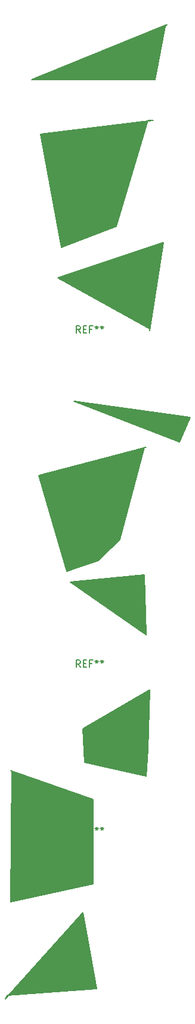
<source format=gbr>
G04 #@! TF.GenerationSoftware,KiCad,Pcbnew,(2018-02-10 revision a04965c)-master*
G04 #@! TF.CreationDate,2018-05-21T22:22:13-05:00*
G04 #@! TF.ProjectId,PSO_panel_rev1,50534F5F70616E656C5F726576312E6B,rev?*
G04 #@! TF.SameCoordinates,Original*
G04 #@! TF.FileFunction,Legend,Top*
G04 #@! TF.FilePolarity,Positive*
%FSLAX46Y46*%
G04 Gerber Fmt 4.6, Leading zero omitted, Abs format (unit mm)*
G04 Created by KiCad (PCBNEW (2018-02-10 revision a04965c)-master) date Monday, May 21, 2018 at 10:22:13 PM*
%MOMM*%
%LPD*%
G01*
G04 APERTURE LIST*
%ADD10C,0.150000*%
G04 APERTURE END LIST*
D10*
G36*
X13500000Y-91250000D02*
X4000000Y-96750000D01*
X4250000Y-101500000D01*
X13000000Y-103500000D01*
X13250000Y-99750000D01*
X13500000Y-91250000D01*
G37*
X13500000Y-91250000D02*
X4000000Y-96750000D01*
X4250000Y-101500000D01*
X13000000Y-103500000D01*
X13250000Y-99750000D01*
X13500000Y-91250000D01*
G36*
X19250000Y-52750000D02*
X2750000Y-50500000D01*
X17750000Y-56250000D01*
X19250000Y-52750000D01*
G37*
X19250000Y-52750000D02*
X2750000Y-50500000D01*
X17750000Y-56250000D01*
X19250000Y-52750000D01*
G36*
X-6250000Y-102750000D02*
X5500000Y-106750000D01*
X5500000Y-118750000D01*
X-6250000Y-121250000D01*
X-6000000Y-102750000D01*
X-6250000Y-102750000D01*
G37*
X-6250000Y-102750000D02*
X5500000Y-106750000D01*
X5500000Y-118750000D01*
X-6250000Y-121250000D01*
X-6000000Y-102750000D01*
X-6250000Y-102750000D01*
G36*
X12750000Y-75000000D02*
X2250000Y-76000000D01*
X13000000Y-83500000D01*
X12750000Y-75000000D01*
G37*
X12750000Y-75000000D02*
X2250000Y-76000000D01*
X13000000Y-83500000D01*
X12750000Y-75000000D01*
G36*
X13000000Y-57000000D02*
X-2250000Y-61000000D01*
X1750000Y-74500000D01*
X6250000Y-73000000D01*
X9250000Y-70000000D01*
X12750000Y-57000000D01*
X13000000Y-57000000D01*
G37*
X13000000Y-57000000D02*
X-2250000Y-61000000D01*
X1750000Y-74500000D01*
X6250000Y-73000000D01*
X9250000Y-70000000D01*
X12750000Y-57000000D01*
X13000000Y-57000000D01*
G36*
X15500000Y-28000000D02*
X500000Y-33000000D01*
X13500000Y-40250000D01*
X13500000Y-40500000D01*
X15500000Y-28000000D01*
G37*
X15500000Y-28000000D02*
X500000Y-33000000D01*
X13500000Y-40250000D01*
X13500000Y-40500000D01*
X15500000Y-28000000D01*
G36*
X-7000000Y-135000000D02*
X4000000Y-122750000D01*
X6000000Y-133500000D01*
X-6750000Y-134500000D01*
X-7000000Y-135000000D01*
G37*
X-7000000Y-135000000D02*
X4000000Y-122750000D01*
X6000000Y-133500000D01*
X-6750000Y-134500000D01*
X-7000000Y-135000000D01*
G36*
X16000000Y2750000D02*
X-3250000Y-5000000D01*
X14250000Y-5000000D01*
X15750000Y2500000D01*
X16000000Y2750000D01*
G37*
X16000000Y2750000D02*
X-3250000Y-5000000D01*
X14250000Y-5000000D01*
X15750000Y2500000D01*
X16000000Y2750000D01*
G36*
X14000000Y-10750000D02*
X-2000000Y-12750000D01*
X1000000Y-28750000D01*
X8750000Y-25750000D01*
X13250000Y-10750000D01*
X14000000Y-10750000D01*
G37*
X14000000Y-10750000D02*
X-2000000Y-12750000D01*
X1000000Y-28750000D01*
X8750000Y-25750000D01*
X13250000Y-10750000D01*
X14000000Y-10750000D01*
X3666666Y-17202380D02*
X3333333Y-16726190D01*
X3095238Y-17202380D02*
X3095238Y-16202380D01*
X3476190Y-16202380D01*
X3571428Y-16250000D01*
X3619047Y-16297619D01*
X3666666Y-16392857D01*
X3666666Y-16535714D01*
X3619047Y-16630952D01*
X3571428Y-16678571D01*
X3476190Y-16726190D01*
X3095238Y-16726190D01*
X4095238Y-16678571D02*
X4428571Y-16678571D01*
X4571428Y-17202380D02*
X4095238Y-17202380D01*
X4095238Y-16202380D01*
X4571428Y-16202380D01*
X5333333Y-16678571D02*
X5000000Y-16678571D01*
X5000000Y-17202380D02*
X5000000Y-16202380D01*
X5476190Y-16202380D01*
X6000000Y-16202380D02*
X6000000Y-16440476D01*
X5761904Y-16345238D02*
X6000000Y-16440476D01*
X6238095Y-16345238D01*
X5857142Y-16630952D02*
X6000000Y-16440476D01*
X6142857Y-16630952D01*
X6761904Y-16202380D02*
X6761904Y-16440476D01*
X6523809Y-16345238D02*
X6761904Y-16440476D01*
X7000000Y-16345238D01*
X6619047Y-16630952D02*
X6761904Y-16440476D01*
X6904761Y-16630952D01*
X3666666Y-40827380D02*
X3333333Y-40351190D01*
X3095238Y-40827380D02*
X3095238Y-39827380D01*
X3476190Y-39827380D01*
X3571428Y-39875000D01*
X3619047Y-39922619D01*
X3666666Y-40017857D01*
X3666666Y-40160714D01*
X3619047Y-40255952D01*
X3571428Y-40303571D01*
X3476190Y-40351190D01*
X3095238Y-40351190D01*
X4095238Y-40303571D02*
X4428571Y-40303571D01*
X4571428Y-40827380D02*
X4095238Y-40827380D01*
X4095238Y-39827380D01*
X4571428Y-39827380D01*
X5333333Y-40303571D02*
X5000000Y-40303571D01*
X5000000Y-40827380D02*
X5000000Y-39827380D01*
X5476190Y-39827380D01*
X6000000Y-39827380D02*
X6000000Y-40065476D01*
X5761904Y-39970238D02*
X6000000Y-40065476D01*
X6238095Y-39970238D01*
X5857142Y-40255952D02*
X6000000Y-40065476D01*
X6142857Y-40255952D01*
X6761904Y-39827380D02*
X6761904Y-40065476D01*
X6523809Y-39970238D02*
X6761904Y-40065476D01*
X7000000Y-39970238D01*
X6619047Y-40255952D02*
X6761904Y-40065476D01*
X6904761Y-40255952D01*
X3666666Y-64452380D02*
X3333333Y-63976190D01*
X3095238Y-64452380D02*
X3095238Y-63452380D01*
X3476190Y-63452380D01*
X3571428Y-63500000D01*
X3619047Y-63547619D01*
X3666666Y-63642857D01*
X3666666Y-63785714D01*
X3619047Y-63880952D01*
X3571428Y-63928571D01*
X3476190Y-63976190D01*
X3095238Y-63976190D01*
X4095238Y-63928571D02*
X4428571Y-63928571D01*
X4571428Y-64452380D02*
X4095238Y-64452380D01*
X4095238Y-63452380D01*
X4571428Y-63452380D01*
X5333333Y-63928571D02*
X5000000Y-63928571D01*
X5000000Y-64452380D02*
X5000000Y-63452380D01*
X5476190Y-63452380D01*
X6000000Y-63452380D02*
X6000000Y-63690476D01*
X5761904Y-63595238D02*
X6000000Y-63690476D01*
X6238095Y-63595238D01*
X5857142Y-63880952D02*
X6000000Y-63690476D01*
X6142857Y-63880952D01*
X6761904Y-63452380D02*
X6761904Y-63690476D01*
X6523809Y-63595238D02*
X6761904Y-63690476D01*
X7000000Y-63595238D01*
X6619047Y-63880952D02*
X6761904Y-63690476D01*
X6904761Y-63880952D01*
X3666666Y-88077380D02*
X3333333Y-87601190D01*
X3095238Y-88077380D02*
X3095238Y-87077380D01*
X3476190Y-87077380D01*
X3571428Y-87125000D01*
X3619047Y-87172619D01*
X3666666Y-87267857D01*
X3666666Y-87410714D01*
X3619047Y-87505952D01*
X3571428Y-87553571D01*
X3476190Y-87601190D01*
X3095238Y-87601190D01*
X4095238Y-87553571D02*
X4428571Y-87553571D01*
X4571428Y-88077380D02*
X4095238Y-88077380D01*
X4095238Y-87077380D01*
X4571428Y-87077380D01*
X5333333Y-87553571D02*
X5000000Y-87553571D01*
X5000000Y-88077380D02*
X5000000Y-87077380D01*
X5476190Y-87077380D01*
X6000000Y-87077380D02*
X6000000Y-87315476D01*
X5761904Y-87220238D02*
X6000000Y-87315476D01*
X6238095Y-87220238D01*
X5857142Y-87505952D02*
X6000000Y-87315476D01*
X6142857Y-87505952D01*
X6761904Y-87077380D02*
X6761904Y-87315476D01*
X6523809Y-87220238D02*
X6761904Y-87315476D01*
X7000000Y-87220238D01*
X6619047Y-87505952D02*
X6761904Y-87315476D01*
X6904761Y-87505952D01*
X3666666Y-111702380D02*
X3333333Y-111226190D01*
X3095238Y-111702380D02*
X3095238Y-110702380D01*
X3476190Y-110702380D01*
X3571428Y-110750000D01*
X3619047Y-110797619D01*
X3666666Y-110892857D01*
X3666666Y-111035714D01*
X3619047Y-111130952D01*
X3571428Y-111178571D01*
X3476190Y-111226190D01*
X3095238Y-111226190D01*
X4095238Y-111178571D02*
X4428571Y-111178571D01*
X4571428Y-111702380D02*
X4095238Y-111702380D01*
X4095238Y-110702380D01*
X4571428Y-110702380D01*
X5333333Y-111178571D02*
X5000000Y-111178571D01*
X5000000Y-111702380D02*
X5000000Y-110702380D01*
X5476190Y-110702380D01*
X6000000Y-110702380D02*
X6000000Y-110940476D01*
X5761904Y-110845238D02*
X6000000Y-110940476D01*
X6238095Y-110845238D01*
X5857142Y-111130952D02*
X6000000Y-110940476D01*
X6142857Y-111130952D01*
X6761904Y-110702380D02*
X6761904Y-110940476D01*
X6523809Y-110845238D02*
X6761904Y-110940476D01*
X7000000Y-110845238D01*
X6619047Y-111130952D02*
X6761904Y-110940476D01*
X6904761Y-111130952D01*
M02*

</source>
